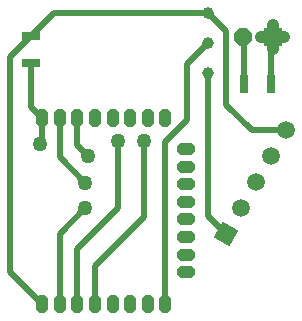
<source format=gbl>
G04*
G04 #@! TF.GenerationSoftware,Altium Limited,Altium NEXUS,1.0.9 (89)*
G04*
G04 Layer_Physical_Order=2*
G04 Layer_Color=16711680*
%FSLAX42Y42*%
%MOMM*%
G71*
G01*
G75*
%ADD12C,1.00*%
%ADD18C,0.50*%
%ADD19P,1.65X8X22.5*%
%ADD20R,1.52X1.52*%
%ADD21P,2.16X4X105.0*%
%ADD22C,1.52*%
%ADD23C,1.27*%
%ADD24R,1.52X0.75*%
%ADD25C,1.00*%
G04:AMPARAMS|DCode=26|XSize=1.52mm|YSize=1mm|CornerRadius=0mm|HoleSize=0mm|Usage=FLASHONLY|Rotation=0.000|XOffset=0mm|YOffset=0mm|HoleType=Round|Shape=Octagon|*
%AMOCTAGOND26*
4,1,8,0.76,-0.25,0.76,0.25,0.51,0.50,-0.51,0.50,-0.76,0.25,-0.76,-0.25,-0.51,-0.50,0.51,-0.50,0.76,-0.25,0.0*
%
%ADD26OCTAGOND26*%

G04:AMPARAMS|DCode=27|XSize=1.52mm|YSize=1mm|CornerRadius=0mm|HoleSize=0mm|Usage=FLASHONLY|Rotation=90.000|XOffset=0mm|YOffset=0mm|HoleType=Round|Shape=Octagon|*
%AMOCTAGOND27*
4,1,8,0.25,0.76,-0.25,0.76,-0.50,0.51,-0.50,-0.51,-0.25,-0.76,0.25,-0.76,0.50,-0.51,0.50,0.51,0.25,0.76,0.0*
%
%ADD27OCTAGOND27*%

%ADD28R,0.75X1.52*%
D12*
X2261Y2350D02*
Y2452D01*
Y2252D02*
Y2350D01*
X2358D01*
X2158D02*
X2261D01*
D18*
X308Y1464D02*
Y1664D01*
X294Y1450D02*
X308Y1464D01*
X1715Y834D02*
Y2045D01*
Y834D02*
X1867Y682D01*
X1715Y2553D02*
X1867Y2400D01*
Y1778D02*
Y2400D01*
Y1778D02*
X2083Y1562D01*
X2375D01*
X1537Y2121D02*
X1715Y2299D01*
X1537Y1651D02*
Y2121D01*
X1352Y1467D02*
X1537Y1651D01*
X1168Y826D02*
Y1473D01*
X756Y413D02*
X1168Y826D01*
X756Y89D02*
Y413D01*
X1352Y89D02*
Y1467D01*
X952Y902D02*
Y1473D01*
X606Y556D02*
X952Y902D01*
X606Y89D02*
Y556D01*
X2019Y1956D02*
Y2337D01*
X2007Y2350D02*
X2019Y2337D01*
X2248Y1956D02*
Y2337D01*
X2261Y2350D01*
X606Y1438D02*
X699Y1346D01*
X606Y1438D02*
Y1664D01*
X457Y1334D02*
X673Y1118D01*
X457Y1334D02*
Y1664D01*
Y686D02*
X673Y902D01*
X457Y89D02*
Y686D01*
X38Y2184D02*
X216Y2362D01*
X38Y359D02*
Y2184D01*
Y359D02*
X308Y89D01*
X216Y1756D02*
X308Y1664D01*
X216Y1756D02*
Y2134D01*
Y2362D02*
X406Y2553D01*
X1715D01*
D19*
X2007Y2350D02*
D03*
D20*
X2261D02*
D03*
D21*
X1867Y682D02*
D03*
D22*
X1994Y902D02*
D03*
X2121Y1122D02*
D03*
X2248Y1342D02*
D03*
X2375Y1562D02*
D03*
D23*
X294Y1450D02*
D03*
X952Y1473D02*
D03*
X1168D02*
D03*
X699Y1346D02*
D03*
X673Y1118D02*
D03*
Y902D02*
D03*
D24*
X216Y2134D02*
D03*
Y2362D02*
D03*
D25*
X1715Y2553D02*
D03*
Y2299D02*
D03*
Y2045D02*
D03*
D26*
X1530Y509D02*
D03*
Y658D02*
D03*
Y808D02*
D03*
Y957D02*
D03*
Y1106D02*
D03*
Y1255D02*
D03*
Y1404D02*
D03*
Y360D02*
D03*
D27*
X1203Y1664D02*
D03*
X1054D02*
D03*
X905D02*
D03*
X756D02*
D03*
X606D02*
D03*
X457D02*
D03*
X308D02*
D03*
Y89D02*
D03*
X457D02*
D03*
X606D02*
D03*
X756D02*
D03*
X905D02*
D03*
X1054D02*
D03*
X1352Y1664D02*
D03*
X1203Y89D02*
D03*
X1352D02*
D03*
D28*
X2248Y1956D02*
D03*
X2019D02*
D03*
M02*

</source>
